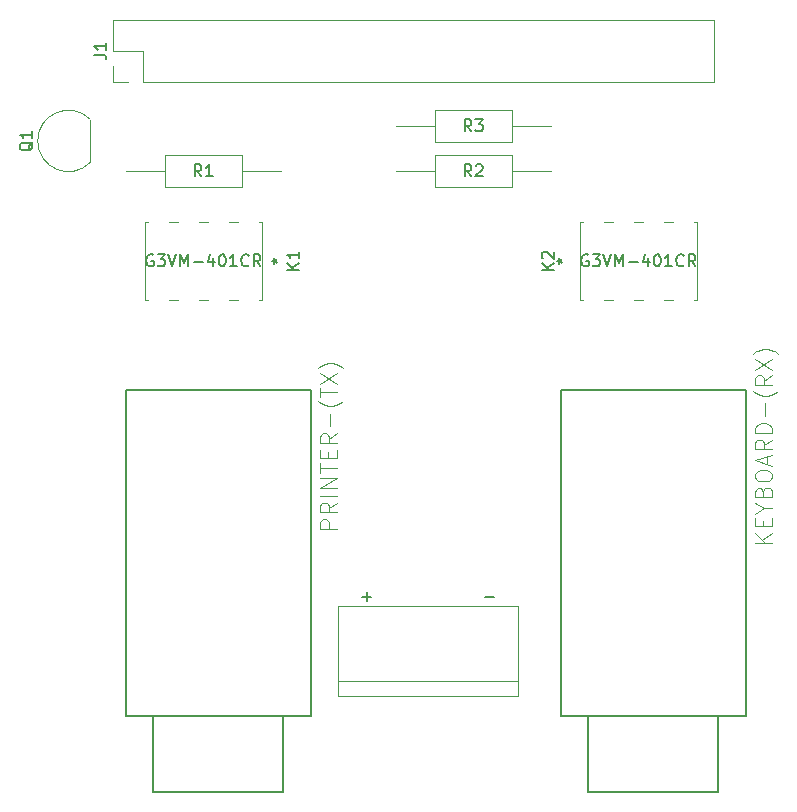
<source format=gbr>
%TF.GenerationSoftware,KiCad,Pcbnew,5.1.10-88a1d61d58~90~ubuntu20.04.1*%
%TF.CreationDate,2021-09-14T14:26:02-04:00*%
%TF.ProjectId,tele-pi,74656c65-2d70-4692-9e6b-696361645f70,rev?*%
%TF.SameCoordinates,Original*%
%TF.FileFunction,Legend,Top*%
%TF.FilePolarity,Positive*%
%FSLAX46Y46*%
G04 Gerber Fmt 4.6, Leading zero omitted, Abs format (unit mm)*
G04 Created by KiCad (PCBNEW 5.1.10-88a1d61d58~90~ubuntu20.04.1) date 2021-09-14 14:26:02*
%MOMM*%
%LPD*%
G01*
G04 APERTURE LIST*
%ADD10C,0.120000*%
%ADD11C,0.127000*%
%ADD12C,0.150000*%
%ADD13C,0.015000*%
G04 APERTURE END LIST*
D10*
%TO.C,R1*%
X83590000Y-69850000D02*
X86900000Y-69850000D01*
X96750000Y-69850000D02*
X93440000Y-69850000D01*
X86900000Y-71220000D02*
X93440000Y-71220000D01*
X86900000Y-68480000D02*
X86900000Y-71220000D01*
X93440000Y-68480000D02*
X86900000Y-68480000D01*
X93440000Y-71220000D02*
X93440000Y-68480000D01*
%TO.C,+            -*%
X101600000Y-114300000D02*
X116840000Y-114300000D01*
X101600000Y-106680000D02*
X116840000Y-106680000D01*
X101600000Y-113030000D02*
X116840000Y-113030000D01*
X116840000Y-114300000D02*
X116840000Y-106680000D01*
X101600000Y-114300000D02*
X101600000Y-106680000D01*
%TO.C,R3*%
X109760000Y-64670000D02*
X109760000Y-67410000D01*
X109760000Y-67410000D02*
X116300000Y-67410000D01*
X116300000Y-67410000D02*
X116300000Y-64670000D01*
X116300000Y-64670000D02*
X109760000Y-64670000D01*
X106450000Y-66040000D02*
X109760000Y-66040000D01*
X119610000Y-66040000D02*
X116300000Y-66040000D01*
%TO.C,R2*%
X109760000Y-68480000D02*
X109760000Y-71220000D01*
X109760000Y-71220000D02*
X116300000Y-71220000D01*
X116300000Y-71220000D02*
X116300000Y-68480000D01*
X116300000Y-68480000D02*
X109760000Y-68480000D01*
X106450000Y-69850000D02*
X109760000Y-69850000D01*
X119610000Y-69850000D02*
X116300000Y-69850000D01*
%TO.C,K2*%
X131957001Y-80797001D02*
X131957001Y-74142999D01*
X131957001Y-74142999D02*
X131677778Y-74142999D01*
X122042999Y-74142999D02*
X122042999Y-80797001D01*
X122042999Y-80797001D02*
X122322222Y-80797001D01*
X124057778Y-80797001D02*
X124862222Y-80797001D01*
X126597778Y-80797001D02*
X127402222Y-80797001D01*
X129137778Y-80797001D02*
X129942222Y-80797001D01*
X131677778Y-80797001D02*
X131957001Y-80797001D01*
X129942222Y-74142999D02*
X129137778Y-74142999D01*
X127402222Y-74142999D02*
X126597778Y-74142999D01*
X124862222Y-74142999D02*
X124057778Y-74142999D01*
X122322222Y-74142999D02*
X122042999Y-74142999D01*
D11*
%TO.C,KEYBOARD-(RX)*%
X136080500Y-88392000D02*
X136080500Y-115976400D01*
X136080500Y-115976400D02*
X133769100Y-115976400D01*
X133769100Y-115976400D02*
X122770900Y-115976400D01*
X122770900Y-115976400D02*
X120459500Y-115976400D01*
X120459500Y-115976400D02*
X120459500Y-88392000D01*
X120459500Y-88392000D02*
X136080500Y-88392000D01*
X133769100Y-115976400D02*
X133769100Y-122428000D01*
X133769100Y-122428000D02*
X122770900Y-122428000D01*
X122770900Y-122428000D02*
X122770900Y-115976400D01*
D10*
%TO.C,K1*%
X85212999Y-74142999D02*
X85212999Y-80797001D01*
X85212999Y-80797001D02*
X85492222Y-80797001D01*
X95127001Y-80797001D02*
X95127001Y-74142999D01*
X95127001Y-74142999D02*
X94847778Y-74142999D01*
X93112222Y-74142999D02*
X92307778Y-74142999D01*
X90572222Y-74142999D02*
X89767778Y-74142999D01*
X88032222Y-74142999D02*
X87227778Y-74142999D01*
X85492222Y-74142999D02*
X85212999Y-74142999D01*
X87227778Y-80797001D02*
X88032222Y-80797001D01*
X89767778Y-80797001D02*
X90572222Y-80797001D01*
X92307778Y-80797001D02*
X93112222Y-80797001D01*
X94847778Y-80797001D02*
X95127001Y-80797001D01*
%TO.C,Q1*%
X80590000Y-69110000D02*
X80590000Y-65510000D01*
X80578478Y-65471522D02*
G75*
G03*
X76140000Y-67310000I-1838478J-1838478D01*
G01*
X80578478Y-69148478D02*
G75*
G02*
X76140000Y-67310000I-1838478J1838478D01*
G01*
%TO.C,J1*%
X133410000Y-62290000D02*
X133410000Y-57090000D01*
X85090000Y-62290000D02*
X133410000Y-62290000D01*
X82490000Y-57090000D02*
X133410000Y-57090000D01*
X85090000Y-62290000D02*
X85090000Y-59690000D01*
X85090000Y-59690000D02*
X82490000Y-59690000D01*
X82490000Y-59690000D02*
X82490000Y-57090000D01*
X83820000Y-62290000D02*
X82490000Y-62290000D01*
X82490000Y-62290000D02*
X82490000Y-60960000D01*
D11*
%TO.C,PRINTER-(TX)*%
X99250500Y-88392000D02*
X99250500Y-115976400D01*
X99250500Y-115976400D02*
X96939100Y-115976400D01*
X96939100Y-115976400D02*
X85940900Y-115976400D01*
X85940900Y-115976400D02*
X83629500Y-115976400D01*
X83629500Y-115976400D02*
X83629500Y-88392000D01*
X83629500Y-88392000D02*
X99250500Y-88392000D01*
X96939100Y-115976400D02*
X96939100Y-122428000D01*
X96939100Y-122428000D02*
X85940900Y-122428000D01*
X85940900Y-122428000D02*
X85940900Y-115976400D01*
%TO.C,R1*%
D12*
X90003333Y-70302380D02*
X89670000Y-69826190D01*
X89431904Y-70302380D02*
X89431904Y-69302380D01*
X89812857Y-69302380D01*
X89908095Y-69350000D01*
X89955714Y-69397619D01*
X90003333Y-69492857D01*
X90003333Y-69635714D01*
X89955714Y-69730952D01*
X89908095Y-69778571D01*
X89812857Y-69826190D01*
X89431904Y-69826190D01*
X90955714Y-70302380D02*
X90384285Y-70302380D01*
X90670000Y-70302380D02*
X90670000Y-69302380D01*
X90574761Y-69445238D01*
X90479523Y-69540476D01*
X90384285Y-69588095D01*
%TO.C,+            -*%
X103618571Y-105911428D02*
X104380476Y-105911428D01*
X103999523Y-106292380D02*
X103999523Y-105530476D01*
X113999523Y-105911428D02*
X114761428Y-105911428D01*
%TO.C,R3*%
X112863333Y-66492380D02*
X112530000Y-66016190D01*
X112291904Y-66492380D02*
X112291904Y-65492380D01*
X112672857Y-65492380D01*
X112768095Y-65540000D01*
X112815714Y-65587619D01*
X112863333Y-65682857D01*
X112863333Y-65825714D01*
X112815714Y-65920952D01*
X112768095Y-65968571D01*
X112672857Y-66016190D01*
X112291904Y-66016190D01*
X113196666Y-65492380D02*
X113815714Y-65492380D01*
X113482380Y-65873333D01*
X113625238Y-65873333D01*
X113720476Y-65920952D01*
X113768095Y-65968571D01*
X113815714Y-66063809D01*
X113815714Y-66301904D01*
X113768095Y-66397142D01*
X113720476Y-66444761D01*
X113625238Y-66492380D01*
X113339523Y-66492380D01*
X113244285Y-66444761D01*
X113196666Y-66397142D01*
%TO.C,R2*%
X112863333Y-70302380D02*
X112530000Y-69826190D01*
X112291904Y-70302380D02*
X112291904Y-69302380D01*
X112672857Y-69302380D01*
X112768095Y-69350000D01*
X112815714Y-69397619D01*
X112863333Y-69492857D01*
X112863333Y-69635714D01*
X112815714Y-69730952D01*
X112768095Y-69778571D01*
X112672857Y-69826190D01*
X112291904Y-69826190D01*
X113244285Y-69397619D02*
X113291904Y-69350000D01*
X113387142Y-69302380D01*
X113625238Y-69302380D01*
X113720476Y-69350000D01*
X113768095Y-69397619D01*
X113815714Y-69492857D01*
X113815714Y-69588095D01*
X113768095Y-69730952D01*
X113196666Y-70302380D01*
X113815714Y-70302380D01*
%TO.C,K2*%
X119832380Y-78208095D02*
X118832380Y-78208095D01*
X119832380Y-77636666D02*
X119260952Y-78065238D01*
X118832380Y-77636666D02*
X119403809Y-78208095D01*
X118927619Y-77255714D02*
X118880000Y-77208095D01*
X118832380Y-77112857D01*
X118832380Y-76874761D01*
X118880000Y-76779523D01*
X118927619Y-76731904D01*
X119022857Y-76684285D01*
X119118095Y-76684285D01*
X119260952Y-76731904D01*
X119832380Y-77303333D01*
X119832380Y-76684285D01*
X122738095Y-76970000D02*
X122642857Y-76922380D01*
X122500000Y-76922380D01*
X122357142Y-76970000D01*
X122261904Y-77065238D01*
X122214285Y-77160476D01*
X122166666Y-77350952D01*
X122166666Y-77493809D01*
X122214285Y-77684285D01*
X122261904Y-77779523D01*
X122357142Y-77874761D01*
X122500000Y-77922380D01*
X122595238Y-77922380D01*
X122738095Y-77874761D01*
X122785714Y-77827142D01*
X122785714Y-77493809D01*
X122595238Y-77493809D01*
X123119047Y-76922380D02*
X123738095Y-76922380D01*
X123404761Y-77303333D01*
X123547619Y-77303333D01*
X123642857Y-77350952D01*
X123690476Y-77398571D01*
X123738095Y-77493809D01*
X123738095Y-77731904D01*
X123690476Y-77827142D01*
X123642857Y-77874761D01*
X123547619Y-77922380D01*
X123261904Y-77922380D01*
X123166666Y-77874761D01*
X123119047Y-77827142D01*
X124023809Y-76922380D02*
X124357142Y-77922380D01*
X124690476Y-76922380D01*
X125023809Y-77922380D02*
X125023809Y-76922380D01*
X125357142Y-77636666D01*
X125690476Y-76922380D01*
X125690476Y-77922380D01*
X126166666Y-77541428D02*
X126928571Y-77541428D01*
X127833333Y-77255714D02*
X127833333Y-77922380D01*
X127595238Y-76874761D02*
X127357142Y-77589047D01*
X127976190Y-77589047D01*
X128547619Y-76922380D02*
X128642857Y-76922380D01*
X128738095Y-76970000D01*
X128785714Y-77017619D01*
X128833333Y-77112857D01*
X128880952Y-77303333D01*
X128880952Y-77541428D01*
X128833333Y-77731904D01*
X128785714Y-77827142D01*
X128738095Y-77874761D01*
X128642857Y-77922380D01*
X128547619Y-77922380D01*
X128452380Y-77874761D01*
X128404761Y-77827142D01*
X128357142Y-77731904D01*
X128309523Y-77541428D01*
X128309523Y-77303333D01*
X128357142Y-77112857D01*
X128404761Y-77017619D01*
X128452380Y-76970000D01*
X128547619Y-76922380D01*
X129833333Y-77922380D02*
X129261904Y-77922380D01*
X129547619Y-77922380D02*
X129547619Y-76922380D01*
X129452380Y-77065238D01*
X129357142Y-77160476D01*
X129261904Y-77208095D01*
X130833333Y-77827142D02*
X130785714Y-77874761D01*
X130642857Y-77922380D01*
X130547619Y-77922380D01*
X130404761Y-77874761D01*
X130309523Y-77779523D01*
X130261904Y-77684285D01*
X130214285Y-77493809D01*
X130214285Y-77350952D01*
X130261904Y-77160476D01*
X130309523Y-77065238D01*
X130404761Y-76970000D01*
X130547619Y-76922380D01*
X130642857Y-76922380D01*
X130785714Y-76970000D01*
X130833333Y-77017619D01*
X131833333Y-77922380D02*
X131500000Y-77446190D01*
X131261904Y-77922380D02*
X131261904Y-76922380D01*
X131642857Y-76922380D01*
X131738095Y-76970000D01*
X131785714Y-77017619D01*
X131833333Y-77112857D01*
X131833333Y-77255714D01*
X131785714Y-77350952D01*
X131738095Y-77398571D01*
X131642857Y-77446190D01*
X131261904Y-77446190D01*
X120102380Y-77470000D02*
X120340476Y-77470000D01*
X120245238Y-77708095D02*
X120340476Y-77470000D01*
X120245238Y-77231904D01*
X120530952Y-77612857D02*
X120340476Y-77470000D01*
X120530952Y-77327142D01*
%TO.C,KEYBOARD-(RX)*%
D13*
X138292333Y-101338200D02*
X136892333Y-101338200D01*
X138292333Y-100538200D02*
X137492333Y-101138200D01*
X136892333Y-100538200D02*
X137692333Y-101338200D01*
X137559000Y-99938200D02*
X137559000Y-99471533D01*
X138292333Y-99271533D02*
X138292333Y-99938200D01*
X136892333Y-99938200D01*
X136892333Y-99271533D01*
X137625666Y-98404866D02*
X138292333Y-98404866D01*
X136892333Y-98871533D02*
X137625666Y-98404866D01*
X136892333Y-97938200D01*
X137559000Y-97004866D02*
X137625666Y-96804866D01*
X137692333Y-96738200D01*
X137825666Y-96671533D01*
X138025666Y-96671533D01*
X138159000Y-96738200D01*
X138225666Y-96804866D01*
X138292333Y-96938200D01*
X138292333Y-97471533D01*
X136892333Y-97471533D01*
X136892333Y-97004866D01*
X136959000Y-96871533D01*
X137025666Y-96804866D01*
X137159000Y-96738200D01*
X137292333Y-96738200D01*
X137425666Y-96804866D01*
X137492333Y-96871533D01*
X137559000Y-97004866D01*
X137559000Y-97471533D01*
X136892333Y-95804866D02*
X136892333Y-95538200D01*
X136959000Y-95404866D01*
X137092333Y-95271533D01*
X137359000Y-95204866D01*
X137825666Y-95204866D01*
X138092333Y-95271533D01*
X138225666Y-95404866D01*
X138292333Y-95538200D01*
X138292333Y-95804866D01*
X138225666Y-95938200D01*
X138092333Y-96071533D01*
X137825666Y-96138200D01*
X137359000Y-96138200D01*
X137092333Y-96071533D01*
X136959000Y-95938200D01*
X136892333Y-95804866D01*
X137892333Y-94671533D02*
X137892333Y-94004866D01*
X138292333Y-94804866D02*
X136892333Y-94338200D01*
X138292333Y-93871533D01*
X138292333Y-92604866D02*
X137625666Y-93071533D01*
X138292333Y-93404866D02*
X136892333Y-93404866D01*
X136892333Y-92871533D01*
X136959000Y-92738200D01*
X137025666Y-92671533D01*
X137159000Y-92604866D01*
X137359000Y-92604866D01*
X137492333Y-92671533D01*
X137559000Y-92738200D01*
X137625666Y-92871533D01*
X137625666Y-93404866D01*
X138292333Y-92004866D02*
X136892333Y-92004866D01*
X136892333Y-91671533D01*
X136959000Y-91471533D01*
X137092333Y-91338200D01*
X137225666Y-91271533D01*
X137492333Y-91204866D01*
X137692333Y-91204866D01*
X137959000Y-91271533D01*
X138092333Y-91338200D01*
X138225666Y-91471533D01*
X138292333Y-91671533D01*
X138292333Y-92004866D01*
X137759000Y-90604866D02*
X137759000Y-89538200D01*
X138825666Y-88471533D02*
X138759000Y-88538200D01*
X138559000Y-88671533D01*
X138425666Y-88738200D01*
X138225666Y-88804866D01*
X137892333Y-88871533D01*
X137625666Y-88871533D01*
X137292333Y-88804866D01*
X137092333Y-88738200D01*
X136959000Y-88671533D01*
X136759000Y-88538200D01*
X136692333Y-88471533D01*
X138292333Y-87138200D02*
X137625666Y-87604866D01*
X138292333Y-87938200D02*
X136892333Y-87938200D01*
X136892333Y-87404866D01*
X136959000Y-87271533D01*
X137025666Y-87204866D01*
X137159000Y-87138200D01*
X137359000Y-87138200D01*
X137492333Y-87204866D01*
X137559000Y-87271533D01*
X137625666Y-87404866D01*
X137625666Y-87938200D01*
X136892333Y-86671533D02*
X138292333Y-85738200D01*
X136892333Y-85738200D02*
X138292333Y-86671533D01*
X138825666Y-85338200D02*
X138759000Y-85271533D01*
X138559000Y-85138200D01*
X138425666Y-85071533D01*
X138225666Y-85004866D01*
X137892333Y-84938200D01*
X137625666Y-84938200D01*
X137292333Y-85004866D01*
X137092333Y-85071533D01*
X136959000Y-85138200D01*
X136759000Y-85271533D01*
X136692333Y-85338200D01*
%TO.C,K1*%
D12*
X98242380Y-78208095D02*
X97242380Y-78208095D01*
X98242380Y-77636666D02*
X97670952Y-78065238D01*
X97242380Y-77636666D02*
X97813809Y-78208095D01*
X98242380Y-76684285D02*
X98242380Y-77255714D01*
X98242380Y-76970000D02*
X97242380Y-76970000D01*
X97385238Y-77065238D01*
X97480476Y-77160476D01*
X97528095Y-77255714D01*
X85908095Y-76970000D02*
X85812857Y-76922380D01*
X85670000Y-76922380D01*
X85527142Y-76970000D01*
X85431904Y-77065238D01*
X85384285Y-77160476D01*
X85336666Y-77350952D01*
X85336666Y-77493809D01*
X85384285Y-77684285D01*
X85431904Y-77779523D01*
X85527142Y-77874761D01*
X85670000Y-77922380D01*
X85765238Y-77922380D01*
X85908095Y-77874761D01*
X85955714Y-77827142D01*
X85955714Y-77493809D01*
X85765238Y-77493809D01*
X86289047Y-76922380D02*
X86908095Y-76922380D01*
X86574761Y-77303333D01*
X86717619Y-77303333D01*
X86812857Y-77350952D01*
X86860476Y-77398571D01*
X86908095Y-77493809D01*
X86908095Y-77731904D01*
X86860476Y-77827142D01*
X86812857Y-77874761D01*
X86717619Y-77922380D01*
X86431904Y-77922380D01*
X86336666Y-77874761D01*
X86289047Y-77827142D01*
X87193809Y-76922380D02*
X87527142Y-77922380D01*
X87860476Y-76922380D01*
X88193809Y-77922380D02*
X88193809Y-76922380D01*
X88527142Y-77636666D01*
X88860476Y-76922380D01*
X88860476Y-77922380D01*
X89336666Y-77541428D02*
X90098571Y-77541428D01*
X91003333Y-77255714D02*
X91003333Y-77922380D01*
X90765238Y-76874761D02*
X90527142Y-77589047D01*
X91146190Y-77589047D01*
X91717619Y-76922380D02*
X91812857Y-76922380D01*
X91908095Y-76970000D01*
X91955714Y-77017619D01*
X92003333Y-77112857D01*
X92050952Y-77303333D01*
X92050952Y-77541428D01*
X92003333Y-77731904D01*
X91955714Y-77827142D01*
X91908095Y-77874761D01*
X91812857Y-77922380D01*
X91717619Y-77922380D01*
X91622380Y-77874761D01*
X91574761Y-77827142D01*
X91527142Y-77731904D01*
X91479523Y-77541428D01*
X91479523Y-77303333D01*
X91527142Y-77112857D01*
X91574761Y-77017619D01*
X91622380Y-76970000D01*
X91717619Y-76922380D01*
X93003333Y-77922380D02*
X92431904Y-77922380D01*
X92717619Y-77922380D02*
X92717619Y-76922380D01*
X92622380Y-77065238D01*
X92527142Y-77160476D01*
X92431904Y-77208095D01*
X94003333Y-77827142D02*
X93955714Y-77874761D01*
X93812857Y-77922380D01*
X93717619Y-77922380D01*
X93574761Y-77874761D01*
X93479523Y-77779523D01*
X93431904Y-77684285D01*
X93384285Y-77493809D01*
X93384285Y-77350952D01*
X93431904Y-77160476D01*
X93479523Y-77065238D01*
X93574761Y-76970000D01*
X93717619Y-76922380D01*
X93812857Y-76922380D01*
X93955714Y-76970000D01*
X94003333Y-77017619D01*
X95003333Y-77922380D02*
X94670000Y-77446190D01*
X94431904Y-77922380D02*
X94431904Y-76922380D01*
X94812857Y-76922380D01*
X94908095Y-76970000D01*
X94955714Y-77017619D01*
X95003333Y-77112857D01*
X95003333Y-77255714D01*
X94955714Y-77350952D01*
X94908095Y-77398571D01*
X94812857Y-77446190D01*
X94431904Y-77446190D01*
X95972380Y-77470000D02*
X96210476Y-77470000D01*
X96115238Y-77708095D02*
X96210476Y-77470000D01*
X96115238Y-77231904D01*
X96400952Y-77612857D02*
X96210476Y-77470000D01*
X96400952Y-77327142D01*
%TO.C,Q1*%
X75727619Y-67405238D02*
X75680000Y-67500476D01*
X75584761Y-67595714D01*
X75441904Y-67738571D01*
X75394285Y-67833809D01*
X75394285Y-67929047D01*
X75632380Y-67881428D02*
X75584761Y-67976666D01*
X75489523Y-68071904D01*
X75299047Y-68119523D01*
X74965714Y-68119523D01*
X74775238Y-68071904D01*
X74680000Y-67976666D01*
X74632380Y-67881428D01*
X74632380Y-67690952D01*
X74680000Y-67595714D01*
X74775238Y-67500476D01*
X74965714Y-67452857D01*
X75299047Y-67452857D01*
X75489523Y-67500476D01*
X75584761Y-67595714D01*
X75632380Y-67690952D01*
X75632380Y-67881428D01*
X75632380Y-66500476D02*
X75632380Y-67071904D01*
X75632380Y-66786190D02*
X74632380Y-66786190D01*
X74775238Y-66881428D01*
X74870476Y-66976666D01*
X74918095Y-67071904D01*
%TO.C,J1*%
X80942380Y-60023333D02*
X81656666Y-60023333D01*
X81799523Y-60070952D01*
X81894761Y-60166190D01*
X81942380Y-60309047D01*
X81942380Y-60404285D01*
X81942380Y-59023333D02*
X81942380Y-59594761D01*
X81942380Y-59309047D02*
X80942380Y-59309047D01*
X81085238Y-59404285D01*
X81180476Y-59499523D01*
X81228095Y-59594761D01*
%TO.C,PRINTER-(TX)*%
D13*
X101462333Y-100138200D02*
X100062333Y-100138200D01*
X100062333Y-99604866D01*
X100129000Y-99471533D01*
X100195666Y-99404866D01*
X100329000Y-99338200D01*
X100529000Y-99338200D01*
X100662333Y-99404866D01*
X100729000Y-99471533D01*
X100795666Y-99604866D01*
X100795666Y-100138200D01*
X101462333Y-97938200D02*
X100795666Y-98404866D01*
X101462333Y-98738200D02*
X100062333Y-98738200D01*
X100062333Y-98204866D01*
X100129000Y-98071533D01*
X100195666Y-98004866D01*
X100329000Y-97938200D01*
X100529000Y-97938200D01*
X100662333Y-98004866D01*
X100729000Y-98071533D01*
X100795666Y-98204866D01*
X100795666Y-98738200D01*
X101462333Y-97338200D02*
X100062333Y-97338200D01*
X101462333Y-96671533D02*
X100062333Y-96671533D01*
X101462333Y-95871533D01*
X100062333Y-95871533D01*
X100062333Y-95404866D02*
X100062333Y-94604866D01*
X101462333Y-95004866D02*
X100062333Y-95004866D01*
X100729000Y-94138200D02*
X100729000Y-93671533D01*
X101462333Y-93471533D02*
X101462333Y-94138200D01*
X100062333Y-94138200D01*
X100062333Y-93471533D01*
X101462333Y-92071533D02*
X100795666Y-92538200D01*
X101462333Y-92871533D02*
X100062333Y-92871533D01*
X100062333Y-92338200D01*
X100129000Y-92204866D01*
X100195666Y-92138200D01*
X100329000Y-92071533D01*
X100529000Y-92071533D01*
X100662333Y-92138200D01*
X100729000Y-92204866D01*
X100795666Y-92338200D01*
X100795666Y-92871533D01*
X100929000Y-91471533D02*
X100929000Y-90404866D01*
X101995666Y-89338200D02*
X101929000Y-89404866D01*
X101729000Y-89538200D01*
X101595666Y-89604866D01*
X101395666Y-89671533D01*
X101062333Y-89738200D01*
X100795666Y-89738200D01*
X100462333Y-89671533D01*
X100262333Y-89604866D01*
X100129000Y-89538200D01*
X99929000Y-89404866D01*
X99862333Y-89338200D01*
X100062333Y-89004866D02*
X100062333Y-88204866D01*
X101462333Y-88604866D02*
X100062333Y-88604866D01*
X100062333Y-87871533D02*
X101462333Y-86938200D01*
X100062333Y-86938200D02*
X101462333Y-87871533D01*
X101995666Y-86538200D02*
X101929000Y-86471533D01*
X101729000Y-86338200D01*
X101595666Y-86271533D01*
X101395666Y-86204866D01*
X101062333Y-86138200D01*
X100795666Y-86138200D01*
X100462333Y-86204866D01*
X100262333Y-86271533D01*
X100129000Y-86338200D01*
X99929000Y-86471533D01*
X99862333Y-86538200D01*
%TD*%
M02*

</source>
